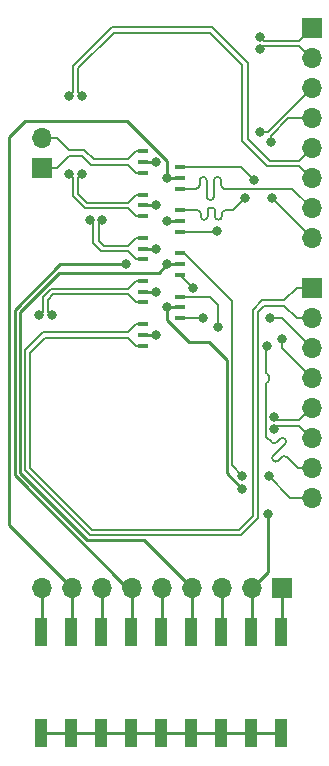
<source format=gtl>
%TF.GenerationSoftware,KiCad,Pcbnew,7.0.6-rc2-8-gf9e9ed53f9*%
%TF.CreationDate,2023-06-28T16:03:33-05:00*%
%TF.ProjectId,Tek P6860 Adapter v.2,54656b20-5036-4383-9630-204164617074,rev?*%
%TF.SameCoordinates,Original*%
%TF.FileFunction,Copper,L1,Top*%
%TF.FilePolarity,Positive*%
%FSLAX46Y46*%
G04 Gerber Fmt 4.6, Leading zero omitted, Abs format (unit mm)*
G04 Created by KiCad (PCBNEW 7.0.6-rc2-8-gf9e9ed53f9) date 2023-06-28 16:03:33*
%MOMM*%
%LPD*%
G01*
G04 APERTURE LIST*
%TA.AperFunction,ComponentPad*%
%ADD10R,1.700000X1.700000*%
%TD*%
%TA.AperFunction,ComponentPad*%
%ADD11O,1.700000X1.700000*%
%TD*%
%TA.AperFunction,SMDPad,CuDef*%
%ADD12R,0.810000X0.410000*%
%TD*%
%TA.AperFunction,SMDPad,CuDef*%
%ADD13R,1.120000X2.440000*%
%TD*%
%TA.AperFunction,ViaPad*%
%ADD14C,0.800000*%
%TD*%
%TA.AperFunction,Conductor*%
%ADD15C,0.250000*%
%TD*%
%TA.AperFunction,Conductor*%
%ADD16C,0.200000*%
%TD*%
G04 APERTURE END LIST*
D10*
%TO.P,J3,1,Pin_1*%
%TO.N,/CLK+*%
X21082000Y-31242000D03*
D11*
%TO.P,J3,2,Pin_2*%
%TO.N,/CLK-*%
X21082000Y-28702000D03*
%TD*%
D12*
%TO.P,J4,A1,D0*%
%TO.N,/D0+*%
X29677000Y-46302000D03*
%TO.P,J4,A2,GND*%
%TO.N,/GND1*%
X29677000Y-45387000D03*
%TO.P,J4,A3,D1*%
%TO.N,/D0-*%
X29677000Y-44482000D03*
%TO.P,J4,A4,D4*%
%TO.N,/D2+*%
X29677000Y-42642000D03*
%TO.P,J4,A5,GND*%
%TO.N,/GND3*%
X29677000Y-41732000D03*
%TO.P,J4,A6,D5*%
%TO.N,/D2-*%
X29677000Y-40822000D03*
%TO.P,J4,A7,D8*%
%TO.N,/D4+*%
X29677000Y-38977000D03*
%TO.P,J4,A8,GND*%
%TO.N,/GND5*%
X29677000Y-38072000D03*
%TO.P,J4,A9,D9*%
%TO.N,/D4-*%
X29677000Y-37162000D03*
%TO.P,J4,A10,D12*%
%TO.N,/D6-*%
X29677000Y-35322000D03*
%TO.P,J4,A11,GND*%
%TO.N,/GND7*%
X29677000Y-34407000D03*
%TO.P,J4,A12,D13*%
%TO.N,/D6+*%
X29677000Y-33502000D03*
%TO.P,J4,A13,CLK+*%
%TO.N,/CLK+*%
X29677000Y-31667000D03*
%TO.P,J4,A14,GND*%
%TO.N,/GND9*%
X29677000Y-30757000D03*
%TO.P,J4,A15,CLK-*%
%TO.N,/CLK-*%
X29677000Y-29847000D03*
%TO.P,J4,B1,D2*%
%TO.N,/D1+*%
X32807000Y-43962000D03*
%TO.P,J4,B2,GND*%
%TO.N,/GND2*%
X32807000Y-43052000D03*
%TO.P,J4,B3,D3*%
%TO.N,/D1-*%
X32812000Y-42142000D03*
%TO.P,J4,B4,D6*%
%TO.N,/D3-*%
X32812000Y-40302000D03*
%TO.P,J4,B5,GND*%
%TO.N,/GND4*%
X32812000Y-39392000D03*
%TO.P,J4,B6,D7*%
%TO.N,/D3+*%
X32812000Y-38482000D03*
%TO.P,J4,B7,D10*%
%TO.N,/D5-*%
X32812000Y-36647000D03*
%TO.P,J4,B8,GND*%
%TO.N,/GND6*%
X32812000Y-35742000D03*
%TO.P,J4,B9,D11*%
%TO.N,/D5+*%
X32812000Y-34832000D03*
%TO.P,J4,B10,D14*%
%TO.N,/D7-*%
X32807000Y-32992000D03*
%TO.P,J4,B11,GND*%
%TO.N,/GND8*%
X32807000Y-32082000D03*
%TO.P,J4,B12,D15*%
%TO.N,/D7+*%
X32812000Y-31172000D03*
%TD*%
D13*
%TO.P,SW1,1*%
%TO.N,/GND1*%
X41376600Y-70511000D03*
%TO.P,SW1,2*%
%TO.N,/GND2*%
X38836600Y-70511000D03*
%TO.P,SW1,3*%
%TO.N,/GND3*%
X36296600Y-70511000D03*
%TO.P,SW1,4*%
%TO.N,/GND4*%
X33756600Y-70511000D03*
%TO.P,SW1,5*%
%TO.N,/GND5*%
X31216600Y-70511000D03*
%TO.P,SW1,6*%
%TO.N,/GND6*%
X28676600Y-70511000D03*
%TO.P,SW1,7*%
%TO.N,/GND7*%
X26136600Y-70511000D03*
%TO.P,SW1,8*%
%TO.N,/GND8*%
X23596600Y-70511000D03*
%TO.P,SW1,9*%
%TO.N,/GND9*%
X21056600Y-70511000D03*
%TO.P,SW1,10*%
%TO.N,/GNDTIE*%
X21056600Y-79121000D03*
%TO.P,SW1,11*%
X23596600Y-79121000D03*
%TO.P,SW1,12*%
X26136600Y-79121000D03*
%TO.P,SW1,13*%
X28676600Y-79121000D03*
%TO.P,SW1,14*%
X31216600Y-79121000D03*
%TO.P,SW1,15*%
X33756600Y-79121000D03*
%TO.P,SW1,16*%
X36296600Y-79121000D03*
%TO.P,SW1,17*%
X38836600Y-79121000D03*
%TO.P,SW1,18*%
X41376600Y-79121000D03*
%TD*%
D10*
%TO.P,J5,1,Pin_1*%
%TO.N,/GND1*%
X41402000Y-66802000D03*
D11*
%TO.P,J5,2,Pin_2*%
%TO.N,/GND2*%
X38862000Y-66802000D03*
%TO.P,J5,3,Pin_3*%
%TO.N,/GND3*%
X36322000Y-66802000D03*
%TO.P,J5,4,Pin_4*%
%TO.N,/GND4*%
X33782000Y-66802000D03*
%TO.P,J5,5,Pin_5*%
%TO.N,/GND5*%
X31242000Y-66802000D03*
%TO.P,J5,6,Pin_6*%
%TO.N,/GND6*%
X28702000Y-66802000D03*
%TO.P,J5,7,Pin_7*%
%TO.N,/GND7*%
X26162000Y-66802000D03*
%TO.P,J5,8,Pin_8*%
%TO.N,/GND8*%
X23622000Y-66802000D03*
%TO.P,J5,9,Pin_9*%
%TO.N,/GND9*%
X21082000Y-66802000D03*
%TD*%
D10*
%TO.P,J2,1,Pin_1*%
%TO.N,/D4+*%
X43942000Y-19427000D03*
D11*
%TO.P,J2,2,Pin_2*%
%TO.N,/D4-*%
X43942000Y-21967000D03*
%TO.P,J2,3,Pin_3*%
%TO.N,/D5-*%
X43942000Y-24507000D03*
%TO.P,J2,4,Pin_4*%
%TO.N,/D5+*%
X43942000Y-27047000D03*
%TO.P,J2,5,Pin_5*%
%TO.N,/D6-*%
X43942000Y-29587000D03*
%TO.P,J2,6,Pin_6*%
%TO.N,/D6+*%
X43942000Y-32127000D03*
%TO.P,J2,7,Pin_7*%
%TO.N,/D7-*%
X43942000Y-34667000D03*
%TO.P,J2,8,Pin_8*%
%TO.N,/D7+*%
X43942000Y-37207000D03*
%TD*%
D10*
%TO.P,J1,1,Pin_1*%
%TO.N,/D0+*%
X43942000Y-41427400D03*
D11*
%TO.P,J1,2,Pin_2*%
%TO.N,/D0-*%
X43942000Y-43967400D03*
%TO.P,J1,3,Pin_3*%
%TO.N,/D1+*%
X43942000Y-46507400D03*
%TO.P,J1,4,Pin_4*%
%TO.N,/D1-*%
X43942000Y-49047400D03*
%TO.P,J1,5,Pin_5*%
%TO.N,/D2+*%
X43942000Y-51587400D03*
%TO.P,J1,6,Pin_6*%
%TO.N,/D2-*%
X43942000Y-54127400D03*
%TO.P,J1,7,Pin_7*%
%TO.N,/D3-*%
X43942000Y-56667400D03*
%TO.P,J1,8,Pin_8*%
%TO.N,/D3+*%
X43942000Y-59207400D03*
%TD*%
D14*
%TO.N,/D1+*%
X40386000Y-43967400D03*
X34747200Y-43967400D03*
%TO.N,/D1-*%
X41427400Y-45770800D03*
X36042600Y-44678600D03*
%TO.N,/D2+*%
X40767000Y-52332400D03*
X21911800Y-43738800D03*
%TO.N,/D2-*%
X40767000Y-53382400D03*
X20861800Y-43738800D03*
%TO.N,/D3-*%
X33909000Y-41442500D03*
X40116700Y-46329600D03*
%TO.N,/D3+*%
X40284400Y-57353200D03*
X38074600Y-57353200D03*
%TO.N,/D4+*%
X25154400Y-35687000D03*
X39573200Y-20172000D03*
%TO.N,/D4-*%
X39573200Y-21222000D03*
X26204400Y-35687000D03*
%TO.N,/D5-*%
X35941000Y-36626800D03*
X39522400Y-28244800D03*
%TO.N,/D5+*%
X38328600Y-33756600D03*
X40487600Y-29057600D03*
%TO.N,/D6-*%
X23427200Y-31775400D03*
X23427200Y-25146000D03*
%TO.N,/D6+*%
X24477200Y-31775400D03*
X24477200Y-25146000D03*
%TO.N,/D7+*%
X39039800Y-32292500D03*
X40538400Y-33807400D03*
%TO.N,/GND1*%
X30759400Y-45389800D03*
%TO.N,/GND3*%
X30759400Y-41732200D03*
%TO.N,/GND5*%
X30759400Y-38074600D03*
%TO.N,/GND7*%
X30759400Y-34417000D03*
%TO.N,/GND9*%
X30759400Y-30759400D03*
%TO.N,/GND2*%
X40233600Y-60579000D03*
X31724600Y-43053000D03*
X38074600Y-58420000D03*
%TO.N,/GND4*%
X31724600Y-39395400D03*
%TO.N,/GND6*%
X31724600Y-35737800D03*
X28244800Y-39407500D03*
%TO.N,/GND8*%
X31699200Y-32080200D03*
%TD*%
D15*
%TO.N,/GNDTIE*%
X21056600Y-79121000D02*
X41376600Y-79121000D01*
D16*
%TO.N,/D0+*%
X43942000Y-41427400D02*
X42666999Y-41427400D01*
X38967200Y-60689000D02*
X37778200Y-61878000D01*
X25315400Y-61878000D02*
X20113200Y-56675800D01*
X37778200Y-61878000D02*
X25315400Y-61878000D01*
X28384499Y-45617000D02*
X29069499Y-46302000D01*
X39734000Y-42472400D02*
X38967200Y-43239200D01*
X20113200Y-56675800D02*
X20113200Y-46880000D01*
X20113200Y-46880000D02*
X21376200Y-45617000D01*
X38967200Y-43239200D02*
X38967200Y-60689000D01*
X29069499Y-46302000D02*
X29677000Y-46302000D01*
X41621999Y-42472400D02*
X39734000Y-42472400D01*
X42666999Y-41427400D02*
X41621999Y-42472400D01*
X21376200Y-45617000D02*
X28384499Y-45617000D01*
%TO.N,/D0-*%
X19663200Y-46693600D02*
X21189800Y-45167000D01*
X39417200Y-60875400D02*
X37964600Y-62328000D01*
X21189800Y-45167000D02*
X28384499Y-45167000D01*
X42666999Y-43967400D02*
X41621999Y-42922400D01*
X39417200Y-43425600D02*
X39417200Y-60875400D01*
X37964600Y-62328000D02*
X25129000Y-62328000D01*
X41621999Y-42922400D02*
X39920400Y-42922400D01*
X39920400Y-42922400D02*
X39417200Y-43425600D01*
X29069499Y-44482000D02*
X29677000Y-44482000D01*
X19663200Y-56862200D02*
X19663200Y-46693600D01*
X43942000Y-43967400D02*
X42666999Y-43967400D01*
X28384499Y-45167000D02*
X29069499Y-44482000D01*
X25129000Y-62328000D02*
X19663200Y-56862200D01*
%TO.N,/D1+*%
X32812400Y-43967400D02*
X32807000Y-43962000D01*
X34747200Y-43967400D02*
X32812400Y-43967400D01*
X41402000Y-43967400D02*
X40386000Y-43967400D01*
X43942000Y-46507400D02*
X41402000Y-43967400D01*
%TO.N,/D1-*%
X43942000Y-49047400D02*
X41427400Y-46532800D01*
X35360200Y-42142000D02*
X32812000Y-42142000D01*
X36042600Y-44678600D02*
X36042600Y-42824400D01*
X36042600Y-42824400D02*
X35360200Y-42142000D01*
X41427400Y-46532800D02*
X41427400Y-45770800D01*
%TO.N,/D2+*%
X43942000Y-51587400D02*
X42897001Y-52632399D01*
X21911800Y-43738800D02*
X21611800Y-43438800D01*
X21611800Y-42394961D02*
X22049761Y-41957000D01*
X28384499Y-41957000D02*
X29069499Y-42642000D01*
X21611800Y-43438800D02*
X21611800Y-42394961D01*
X41066999Y-52632399D02*
X40767000Y-52332400D01*
X29069499Y-42642000D02*
X29677000Y-42642000D01*
X22049761Y-41957000D02*
X28384499Y-41957000D01*
X42897001Y-52632399D02*
X41066999Y-52632399D01*
%TO.N,/D2-*%
X41066999Y-53082401D02*
X40767000Y-53382400D01*
X21161800Y-42208561D02*
X21863361Y-41507000D01*
X28384499Y-41507000D02*
X29069499Y-40822000D01*
X21161800Y-43438800D02*
X21161800Y-42208561D01*
X20861800Y-43738800D02*
X21161800Y-43438800D01*
X29069499Y-40822000D02*
X29677000Y-40822000D01*
X21863361Y-41507000D02*
X28384499Y-41507000D01*
X42897001Y-53082401D02*
X41066999Y-53082401D01*
X43942000Y-54127400D02*
X42897001Y-53082401D01*
%TO.N,/D3-*%
X40346003Y-48879200D02*
X40346003Y-49200198D01*
X40116700Y-46329600D02*
X40067000Y-46379300D01*
X40206502Y-49339699D02*
X40206501Y-49339699D01*
X40067000Y-49541940D02*
X40067000Y-53994481D01*
X41675535Y-54613067D02*
X40685586Y-55603016D01*
X40067000Y-53994481D02*
X40544163Y-54471645D01*
X41109851Y-56027282D02*
X41392693Y-55744439D01*
X40968427Y-54471645D02*
X41251270Y-54188803D01*
X41251270Y-54188803D02*
X41251270Y-54188802D01*
X33909000Y-41399000D02*
X32812000Y-40302000D01*
X40067000Y-49479200D02*
X40067000Y-49541940D01*
X40685586Y-55603016D02*
X40685586Y-55603017D01*
X41392693Y-55744439D02*
X41392694Y-55744439D01*
X41816959Y-55744440D02*
X42739919Y-56667400D01*
X40067000Y-46379300D02*
X40067000Y-48600198D01*
X40206501Y-48739699D02*
X40206502Y-48739699D01*
X42739919Y-56667400D02*
X43942000Y-56667400D01*
X33909000Y-41442500D02*
X33909000Y-41399000D01*
X41675500Y-54613032D02*
G75*
G03*
X41675535Y-54188803I-212100J212132D01*
G01*
X40206501Y-49339700D02*
G75*
G03*
X40067000Y-49479200I-1J-139500D01*
G01*
X40067001Y-48600198D02*
G75*
G03*
X40206501Y-48739699I139499J-2D01*
G01*
X40544164Y-54471644D02*
G75*
G03*
X40968426Y-54471644I212131J212131D01*
G01*
X41675533Y-54188805D02*
G75*
G03*
X41251270Y-54188802I-212133J-212095D01*
G01*
X41816933Y-55744466D02*
G75*
G03*
X41392694Y-55744439I-212133J-212134D01*
G01*
X40685538Y-55602969D02*
G75*
G03*
X40685588Y-56027281I212162J-212131D01*
G01*
X40685588Y-56027281D02*
G75*
G03*
X41109850Y-56027281I212131J212131D01*
G01*
X40346001Y-48879200D02*
G75*
G03*
X40206502Y-48739699I-139501J0D01*
G01*
X40206502Y-49339703D02*
G75*
G03*
X40346003Y-49200198I-2J139503D01*
G01*
%TO.N,/D3+*%
X33112000Y-38482000D02*
X32812000Y-38482000D01*
X37160200Y-42530200D02*
X33112000Y-38482000D01*
X42138600Y-59207400D02*
X40284400Y-57353200D01*
X37160200Y-56438800D02*
X37160200Y-42530200D01*
X43942000Y-59207400D02*
X42138600Y-59207400D01*
X38074600Y-57353200D02*
X37160200Y-56438800D01*
%TO.N,/D4+*%
X26139900Y-38294500D02*
X28386999Y-38294500D01*
X25454400Y-35987000D02*
X25454400Y-37609000D01*
X25454400Y-37609000D02*
X26139900Y-38294500D01*
X29069499Y-38977000D02*
X29677000Y-38977000D01*
X42897001Y-20471999D02*
X39873199Y-20471999D01*
X25154400Y-35687000D02*
X25454400Y-35987000D01*
X39873199Y-20471999D02*
X39573200Y-20172000D01*
X28386999Y-38294500D02*
X29069499Y-38977000D01*
X43942000Y-19427000D02*
X42897001Y-20471999D01*
%TO.N,/D4-*%
X42897001Y-20922001D02*
X39873199Y-20922001D01*
X39873199Y-20922001D02*
X39573200Y-21222000D01*
X29069499Y-37162000D02*
X29677000Y-37162000D01*
X26204400Y-35687000D02*
X25904400Y-35987000D01*
X26326300Y-37844500D02*
X28386999Y-37844500D01*
X25904400Y-37422600D02*
X26326300Y-37844500D01*
X28386999Y-37844500D02*
X29069499Y-37162000D01*
X25904400Y-35987000D02*
X25904400Y-37422600D01*
X43942000Y-21967000D02*
X42897001Y-20922001D01*
%TO.N,/D5-*%
X39522400Y-28244800D02*
X40204200Y-28244800D01*
X35941000Y-36626800D02*
X35920800Y-36647000D01*
X40204200Y-28244800D02*
X43942000Y-24507000D01*
X35920800Y-36647000D02*
X32812000Y-36647000D01*
%TO.N,/D5+*%
X43942000Y-27047000D02*
X41967686Y-27047000D01*
X40501743Y-29043457D02*
X40487600Y-29057600D01*
X36339200Y-35345841D02*
X36339200Y-35132000D01*
X40501743Y-28512943D02*
X40501743Y-29043457D01*
X35245699Y-34619001D02*
X35632701Y-34619001D01*
X35739200Y-34725500D02*
X35739200Y-34832000D01*
X35139200Y-35132000D02*
X35139200Y-34725500D01*
X34539200Y-35132000D02*
X34539200Y-35345847D01*
X37253200Y-34832000D02*
X38328600Y-33756600D01*
X36639200Y-34832000D02*
X37253200Y-34832000D01*
X32812000Y-34832000D02*
X34239200Y-34832000D01*
X35739200Y-34832000D02*
X35739200Y-35345841D01*
X35139200Y-35345847D02*
X35139200Y-35132000D01*
X41967686Y-27047000D02*
X40501743Y-28512943D01*
X35245699Y-34619000D02*
G75*
G03*
X35139200Y-34725500I1J-106500D01*
G01*
X35739199Y-34725500D02*
G75*
G03*
X35632701Y-34619001I-106499J0D01*
G01*
X34539200Y-35132000D02*
G75*
G03*
X34239200Y-34832000I-300000J0D01*
G01*
X36039200Y-35645800D02*
G75*
G03*
X36339200Y-35345841I0J300000D01*
G01*
X34839200Y-35645800D02*
G75*
G03*
X35139200Y-35345847I0J300000D01*
G01*
X36639200Y-34832000D02*
G75*
G03*
X36339200Y-35132000I0J-300000D01*
G01*
X35739159Y-35345841D02*
G75*
G03*
X36039200Y-35645841I300041J41D01*
G01*
X34539153Y-35345847D02*
G75*
G03*
X34839200Y-35645847I300047J47D01*
G01*
%TO.N,/D6-*%
X38528200Y-28786600D02*
X38528200Y-22385800D01*
X27034000Y-19333000D02*
X23727199Y-22639801D01*
X23427200Y-31775400D02*
X23727200Y-32075400D01*
X42897001Y-30631999D02*
X40373599Y-30631999D01*
X23727200Y-32075400D02*
X23727200Y-33660990D01*
X29069499Y-35322000D02*
X29677000Y-35322000D01*
X28384499Y-34637000D02*
X29069499Y-35322000D01*
X24703210Y-34637000D02*
X28384499Y-34637000D01*
X23727199Y-22639801D02*
X23727199Y-24846001D01*
X35475400Y-19333000D02*
X27034000Y-19333000D01*
X23727199Y-24846001D02*
X23427200Y-25146000D01*
X40373599Y-30631999D02*
X38528200Y-28786600D01*
X23727200Y-33660990D02*
X24703210Y-34637000D01*
X38528200Y-22385800D02*
X35475400Y-19333000D01*
X43942000Y-29587000D02*
X42897001Y-30631999D01*
%TO.N,/D6+*%
X42897001Y-31082001D02*
X40187201Y-31082001D01*
X38078200Y-28973000D02*
X38078200Y-22572200D01*
X24177201Y-22826199D02*
X24177201Y-24846001D01*
X24177200Y-33474590D02*
X24889610Y-34187000D01*
X29069499Y-33502000D02*
X29677000Y-33502000D01*
X28384499Y-34187000D02*
X29069499Y-33502000D01*
X38078200Y-22572200D02*
X35289000Y-19783000D01*
X24177201Y-24846001D02*
X24477200Y-25146000D01*
X27220400Y-19783000D02*
X24177201Y-22826199D01*
X24177200Y-32075400D02*
X24177200Y-33474590D01*
X24889610Y-34187000D02*
X28384499Y-34187000D01*
X35289000Y-19783000D02*
X27220400Y-19783000D01*
X40187201Y-31082001D02*
X38078200Y-28973000D01*
X43942000Y-32127000D02*
X42897001Y-31082001D01*
X24477200Y-31775400D02*
X24177200Y-32075400D01*
%TO.N,/D7-*%
X35050600Y-33680439D02*
X35050600Y-32992000D01*
X34450600Y-32303552D02*
X34450600Y-32692000D01*
X41323200Y-32992000D02*
X36550600Y-32992000D01*
X41325800Y-32994600D02*
X41323200Y-32992000D01*
X33692152Y-32992000D02*
X32807000Y-32992000D01*
X35050600Y-32992000D02*
X35050600Y-32303552D01*
X42269600Y-32994600D02*
X41325800Y-32994600D01*
X34150600Y-32992000D02*
X33692152Y-32992000D01*
X36250600Y-32692000D02*
X36250600Y-32303561D01*
X35650600Y-32303561D02*
X35650600Y-32692000D01*
X43942000Y-34667000D02*
X42269600Y-32994600D01*
X35650600Y-32692000D02*
X35650600Y-33680439D01*
X35050648Y-32303552D02*
G75*
G03*
X34750600Y-32003552I-300048J-48D01*
G01*
X35950600Y-32003600D02*
G75*
G03*
X35650600Y-32303561I0J-300000D01*
G01*
X35350600Y-33980400D02*
G75*
G03*
X35650600Y-33680439I0J300000D01*
G01*
X34750600Y-32003600D02*
G75*
G03*
X34450600Y-32303552I0J-300000D01*
G01*
X35050561Y-33680439D02*
G75*
G03*
X35350600Y-33980439I300039J39D01*
G01*
X34150600Y-32992000D02*
G75*
G03*
X34450600Y-32692000I0J300000D01*
G01*
X36250600Y-32692000D02*
G75*
G03*
X36550600Y-32992000I300000J0D01*
G01*
X36250639Y-32303561D02*
G75*
G03*
X35950600Y-32003561I-300039J-39D01*
G01*
%TO.N,/D7+*%
X40542400Y-33807400D02*
X40538400Y-33807400D01*
X39039800Y-32292500D02*
X37919300Y-31172000D01*
X37919300Y-31172000D02*
X32812000Y-31172000D01*
X43942000Y-37207000D02*
X40542400Y-33807400D01*
%TO.N,/CLK+*%
X29677000Y-31667000D02*
X29069499Y-31667000D01*
X23402001Y-30197000D02*
X22357001Y-31242000D01*
X24494000Y-30197000D02*
X23402001Y-30197000D01*
X22357001Y-31242000D02*
X21082000Y-31242000D01*
X25279000Y-30982000D02*
X24494000Y-30197000D01*
X28384499Y-30982000D02*
X25279000Y-30982000D01*
X29069499Y-31667000D02*
X28384499Y-30982000D01*
%TO.N,/CLK-*%
X25465400Y-30532000D02*
X24680400Y-29747000D01*
X22357001Y-28702000D02*
X21082000Y-28702000D01*
X29069499Y-29847000D02*
X28384499Y-30532000D01*
X29677000Y-29847000D02*
X29069499Y-29847000D01*
X24680400Y-29747000D02*
X23402001Y-29747000D01*
X28384499Y-30532000D02*
X25465400Y-30532000D01*
X23402001Y-29747000D02*
X22357001Y-28702000D01*
D15*
%TO.N,/GND1*%
X29679800Y-45389800D02*
X29677000Y-45387000D01*
X41402000Y-66802000D02*
X41402000Y-70866000D01*
X30759400Y-45389800D02*
X29679800Y-45389800D01*
%TO.N,/GND3*%
X29677200Y-41732200D02*
X29677000Y-41732000D01*
X36322000Y-66802000D02*
X36322000Y-70866000D01*
X30759400Y-41732200D02*
X29677200Y-41732200D01*
%TO.N,/GND5*%
X30759400Y-38074600D02*
X29679600Y-38074600D01*
X31242000Y-66802000D02*
X31242000Y-70866000D01*
X29679600Y-38074600D02*
X29677000Y-38072000D01*
%TO.N,/GND7*%
X26162000Y-66802000D02*
X26162000Y-70866000D01*
X30749400Y-34407000D02*
X30759400Y-34417000D01*
X29677000Y-34407000D02*
X30749400Y-34407000D01*
%TO.N,/GND9*%
X21082000Y-66802000D02*
X21082000Y-70866000D01*
X30757000Y-30757000D02*
X30759400Y-30759400D01*
X29677000Y-30757000D02*
X30757000Y-30757000D01*
%TO.N,/GND2*%
X33533600Y-45948600D02*
X35204400Y-45948600D01*
X31724600Y-44139600D02*
X33533600Y-45948600D01*
X32806000Y-43053000D02*
X32807000Y-43052000D01*
X38862000Y-66802000D02*
X38862000Y-70866000D01*
X36735200Y-57055200D02*
X38074600Y-58394600D01*
X31724600Y-43053000D02*
X32806000Y-43053000D01*
X40233600Y-65430400D02*
X38862000Y-66802000D01*
X35204400Y-45948600D02*
X36735200Y-47479400D01*
X38074600Y-58394600D02*
X38074600Y-58420000D01*
X36735200Y-47479400D02*
X36735200Y-57055200D01*
X40233600Y-60579000D02*
X40233600Y-65430400D01*
X31724600Y-43053000D02*
X31724600Y-44139600D01*
%TO.N,/GND4*%
X24907000Y-62753000D02*
X19238200Y-57084200D01*
X30988000Y-40132000D02*
X31724600Y-39395400D01*
X19238200Y-57084200D02*
X19238200Y-43449000D01*
X33782000Y-66802000D02*
X33782000Y-70866000D01*
X32808600Y-39395400D02*
X32812000Y-39392000D01*
X33782000Y-66802000D02*
X29733000Y-62753000D01*
X31724600Y-39395400D02*
X32808600Y-39395400D01*
X22555200Y-40132000D02*
X30988000Y-40132000D01*
X29733000Y-62753000D02*
X24907000Y-62753000D01*
X19238200Y-43449000D02*
X22555200Y-40132000D01*
%TO.N,/GND6*%
X28702000Y-66802000D02*
X28319604Y-66802000D01*
X18788200Y-57270596D02*
X18788200Y-43262604D01*
X28702000Y-66802000D02*
X28702000Y-70866000D01*
X28319604Y-66802000D02*
X18788200Y-57270596D01*
X31724600Y-35737800D02*
X32807800Y-35737800D01*
X18788200Y-43262604D02*
X22643304Y-39407500D01*
X32807800Y-35737800D02*
X32812000Y-35742000D01*
X22643304Y-39407500D02*
X28244800Y-39407500D01*
%TO.N,/GND8*%
X19685000Y-27279600D02*
X18338200Y-28626400D01*
X18338200Y-61518200D02*
X23622000Y-66802000D01*
X28304905Y-27279600D02*
X19685000Y-27279600D01*
X31699200Y-30673895D02*
X28304905Y-27279600D01*
X31699200Y-32080200D02*
X31699200Y-30673895D01*
X31699200Y-32080200D02*
X32805200Y-32080200D01*
X23622000Y-66802000D02*
X23622000Y-70866000D01*
X18338200Y-28626400D02*
X18338200Y-61518200D01*
X32805200Y-32080200D02*
X32807000Y-32082000D01*
%TD*%
M02*

</source>
